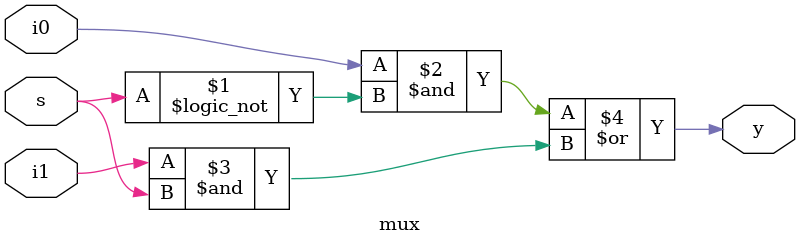
<source format=sv>
module mux(y, i0,i1,s);
  output y;
  input i0,i1,s;
  
  assign y = (i0&!s) | (i1&s);
endmodule

</source>
